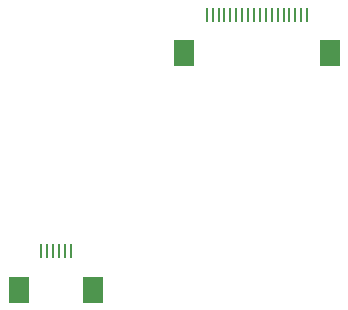
<source format=gbp>
G04 #@! TF.GenerationSoftware,KiCad,Pcbnew,7.0.6*
G04 #@! TF.CreationDate,2023-07-24T20:40:51+09:00*
G04 #@! TF.ProjectId,SmaCon,536d6143-6f6e-42e6-9b69-6361645f7063,V1.0*
G04 #@! TF.SameCoordinates,Original*
G04 #@! TF.FileFunction,Paste,Bot*
G04 #@! TF.FilePolarity,Positive*
%FSLAX46Y46*%
G04 Gerber Fmt 4.6, Leading zero omitted, Abs format (unit mm)*
G04 Created by KiCad (PCBNEW 7.0.6) date 2023-07-24 20:40:51*
%MOMM*%
%LPD*%
G01*
G04 APERTURE LIST*
%ADD10R,1.800000X2.200000*%
%ADD11R,0.150000X1.300000*%
G04 APERTURE END LIST*
D10*
X6150000Y-20400000D03*
X-6150000Y-20400000D03*
D11*
X4250000Y-17150000D03*
X3750000Y-17150000D03*
X3250000Y-17150000D03*
X2750000Y-17150000D03*
X2250000Y-17150000D03*
X1750000Y-17150000D03*
X1250000Y-17150000D03*
X750000Y-17150000D03*
X250000Y-17150000D03*
X-250000Y-17150000D03*
X-750000Y-17150000D03*
X-1250000Y-17150000D03*
X-1750000Y-17150000D03*
X-2250000Y-17150000D03*
X-2750000Y-17150000D03*
X-3250000Y-17150000D03*
X-3750000Y-17150000D03*
X-4250000Y-17150000D03*
D10*
X-13850000Y-40400000D03*
X-20150000Y-40400000D03*
D11*
X-15750000Y-37150000D03*
X-16250000Y-37150000D03*
X-16750000Y-37150000D03*
X-17250000Y-37150000D03*
X-17750000Y-37150000D03*
X-18250000Y-37150000D03*
M02*

</source>
